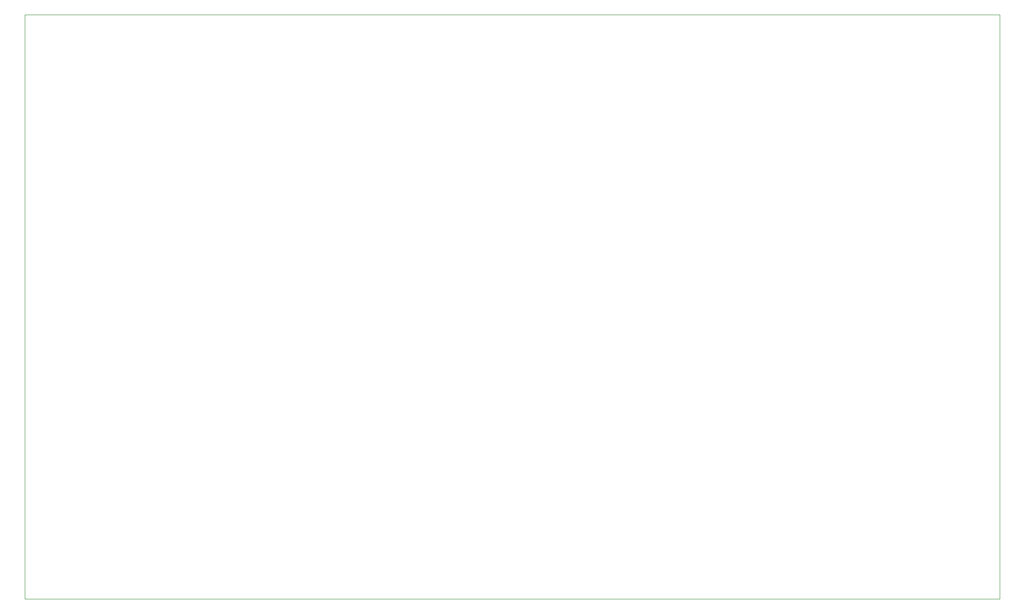
<source format=gbr>
%TF.GenerationSoftware,KiCad,Pcbnew,(7.0.0)*%
%TF.CreationDate,2023-04-14T17:54:00+02:00*%
%TF.ProjectId,multi-tool-midi-board,6d756c74-692d-4746-9f6f-6c2d6d696469,rev?*%
%TF.SameCoordinates,Original*%
%TF.FileFunction,Profile,NP*%
%FSLAX46Y46*%
G04 Gerber Fmt 4.6, Leading zero omitted, Abs format (unit mm)*
G04 Created by KiCad (PCBNEW (7.0.0)) date 2023-04-14 17:54:00*
%MOMM*%
%LPD*%
G01*
G04 APERTURE LIST*
%TA.AperFunction,Profile*%
%ADD10C,0.100000*%
%TD*%
G04 APERTURE END LIST*
D10*
X20000000Y-23000000D02*
X200000000Y-23000000D01*
X200000000Y-23000000D02*
X200000000Y-131000000D01*
X200000000Y-131000000D02*
X20000000Y-131000000D01*
X20000000Y-131000000D02*
X20000000Y-23000000D01*
M02*

</source>
